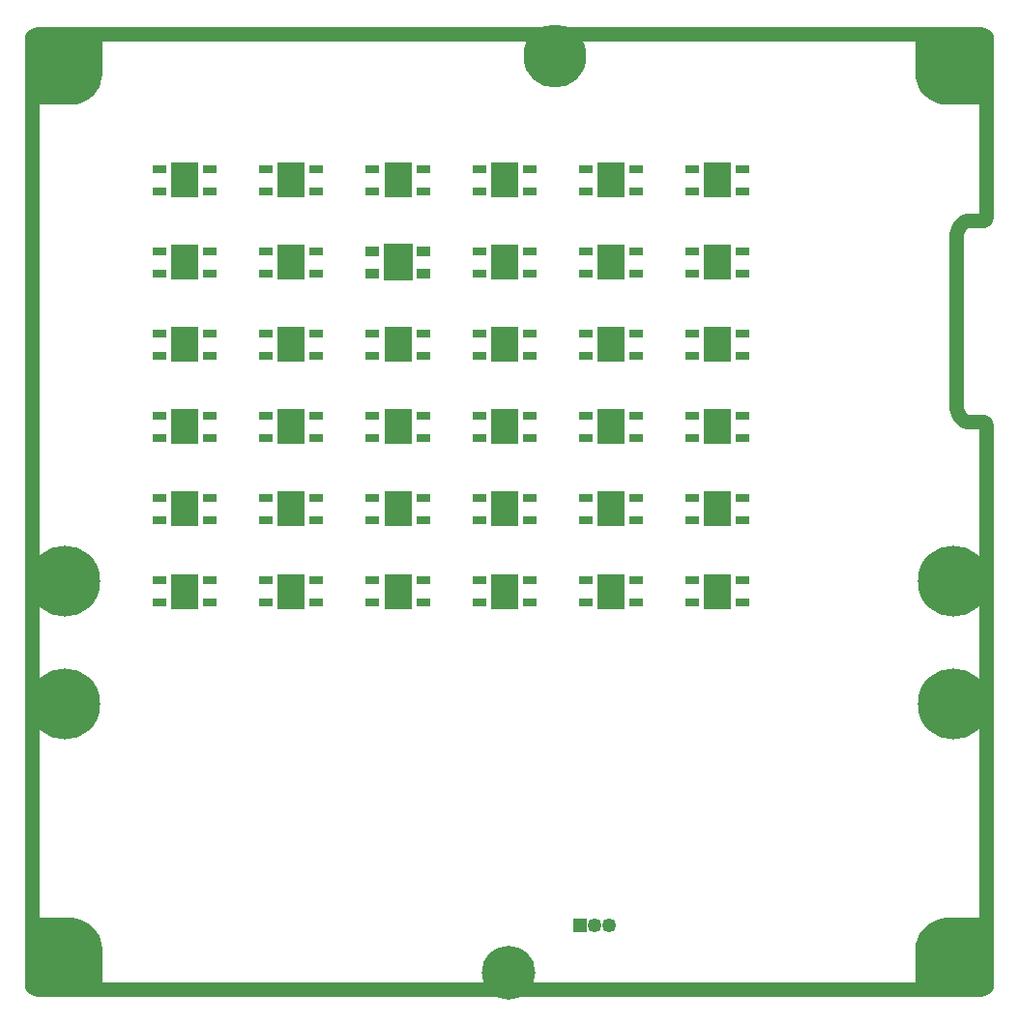
<source format=gbr>
G04*
G04 #@! TF.GenerationSoftware,Altium Limited,Altium Designer,24.1.2 (44)*
G04*
G04 Layer_Color=16711935*
%FSLAX44Y44*%
%MOMM*%
G71*
G04*
G04 #@! TF.SameCoordinates,B1001185-6E67-4BF1-ABA2-4279EC4F573C*
G04*
G04*
G04 #@! TF.FilePolarity,Negative*
G04*
G01*
G75*
%ADD40C,1.2700*%
%ADD58C,5.5032*%
%ADD59C,4.7032*%
%ADD60C,0.9032*%
%ADD61C,6.2032*%
%ADD62C,1.0032*%
%ADD63R,1.2532X1.2532*%
%ADD64C,1.2532*%
%ADD65C,0.6032*%
%ADD80R,1.1938X0.7620*%
%ADD81R,2.4892X3.0988*%
%ADD82R,1.2938X0.8620*%
%ADD83R,2.5892X3.1988*%
G36*
X40707Y69000D02*
X42562Y69000D01*
X46239Y68516D01*
X49821Y67556D01*
X53248Y66137D01*
X56460Y64282D01*
X59402Y62024D01*
X62024Y59402D01*
X64282Y56460D01*
X66137Y53248D01*
X67556Y49821D01*
X68516Y46239D01*
X69000Y42562D01*
X69000Y40707D01*
X69000D01*
X69000Y40707D01*
Y6474D01*
X6474D01*
Y69000D01*
X40707Y69000D01*
D02*
G37*
G36*
X69000Y809293D02*
X69000D01*
X69000Y807438D01*
X68516Y803761D01*
X67556Y800179D01*
X66137Y796752D01*
X64282Y793540D01*
X62024Y790598D01*
X59402Y787975D01*
X56460Y785718D01*
X53248Y783863D01*
X49821Y782444D01*
X46239Y781484D01*
X42562Y781000D01*
X40707Y781000D01*
X6474Y781000D01*
Y843526D01*
X69000D01*
Y809293D01*
D02*
G37*
G36*
X843526Y6474D02*
X781000D01*
Y40707D01*
X781000Y40707D01*
X781000Y40707D01*
X781000Y42562D01*
X781484Y46239D01*
X782444Y49821D01*
X783863Y53248D01*
X785718Y56460D01*
X787975Y59402D01*
X790598Y62024D01*
X793540Y64282D01*
X796752Y66137D01*
X800179Y67556D01*
X803761Y68516D01*
X807438Y69000D01*
X809293Y69000D01*
X843526Y69000D01*
Y6474D01*
D02*
G37*
G36*
X843526Y781000D02*
X809293D01*
Y781000D01*
X807438Y781000D01*
X803761Y781484D01*
X800179Y782444D01*
X796752Y783863D01*
X793540Y785718D01*
X790598Y787975D01*
X787975Y790598D01*
X785718Y793540D01*
X783863Y796752D01*
X782444Y800179D01*
X781484Y803761D01*
X781000Y807438D01*
X781000Y809293D01*
X781000Y843526D01*
X843526D01*
Y781000D01*
D02*
G37*
D40*
X6850Y12000D02*
X7540Y9425D01*
X9425Y7540D01*
X12000Y6850D01*
X843150Y838000D02*
X842460Y840575D01*
X840575Y842460D01*
X838000Y843150D01*
X12000Y843150D02*
X9425Y842460D01*
X7540Y840575D01*
X6850Y838000D01*
X840000Y679908D02*
X842227Y680830D01*
X843150Y683057D01*
X838000Y6850D02*
X840575Y7540D01*
X842460Y9425D01*
X843150Y12000D01*
X817010Y515497D02*
X817307Y512860D01*
X818184Y510356D01*
X819595Y508109D01*
X821472Y506232D01*
X823719Y504821D01*
X826223Y503944D01*
X828860Y503647D01*
X843150Y500497D02*
X842227Y502724D01*
X840000Y503647D01*
X828860Y679908D02*
X826223Y679610D01*
X823719Y678734D01*
X821472Y677322D01*
X819595Y675446D01*
X818184Y673199D01*
X817307Y670694D01*
X817010Y668057D01*
X828017Y843150D02*
X837941D01*
X818017D02*
X828017D01*
X808017D02*
X818017D01*
X798017D02*
X808017D01*
X788017D02*
X798017D01*
X778017D02*
X788017D01*
X768017D02*
X778017D01*
X758017D02*
X768017D01*
X748017D02*
X758017D01*
X738017D02*
X748017D01*
X728017D02*
X738017D01*
X718017D02*
X728017D01*
X708017D02*
X718017D01*
X698017D02*
X708017D01*
X688017D02*
X698017D01*
X678017D02*
X688017D01*
X668017D02*
X678017D01*
X658017D02*
X668017D01*
X648017D02*
X658017D01*
X638017D02*
X648017D01*
X628017D02*
X638017D01*
X618017D02*
X628017D01*
X608017D02*
X618017D01*
X598017D02*
X608017D01*
X588017D02*
X598017D01*
X578017D02*
X588017D01*
X568017D02*
X578017D01*
X558017D02*
X568017D01*
X548017D02*
X558017D01*
X538017D02*
X548017D01*
X528017D02*
X538017D01*
X518017D02*
X528017D01*
X508017D02*
X518017D01*
X498017D02*
X508017D01*
X428018D02*
X438018D01*
X488018D02*
X498017D01*
X418018D02*
X428018D01*
X456552D02*
X465300D01*
X474048D02*
X488018D01*
X408018D02*
X418018D01*
X448018D02*
X456552D01*
X465300D02*
X474048D01*
X398018D02*
X408018D01*
X438018D02*
X448018D01*
X388018D02*
X398018D01*
X378018D02*
X388018D01*
X368018D02*
X378018D01*
X358018D02*
X368018D01*
X348018D02*
X358018D01*
X338018D02*
X348018D01*
X328018D02*
X338018D01*
X318018D02*
X328018D01*
X308018D02*
X318018D01*
X298018D02*
X308018D01*
X288018D02*
X298018D01*
X278018D02*
X288018D01*
X268018D02*
X278018D01*
X258018D02*
X268018D01*
X248018D02*
X258018D01*
X238018D02*
X248018D01*
X228018D02*
X238018D01*
X218018D02*
X228018D01*
X208018D02*
X218018D01*
X198018D02*
X208018D01*
X188018D02*
X198018D01*
X178018D02*
X188018D01*
X168018D02*
X178018D01*
X158018D02*
X168018D01*
X148018D02*
X158018D01*
X138018D02*
X148018D01*
X128018D02*
X138018D01*
X118018D02*
X128018D01*
X108018D02*
X118018D01*
X98018D02*
X108018D01*
X88018D02*
X98018D01*
X78018D02*
X88018D01*
X68018D02*
X78018D01*
X58018D02*
X68018D01*
X48018D02*
X58018D01*
X38018D02*
X48018D01*
X28018D02*
X38018D01*
X6850Y822093D02*
Y837941D01*
Y812093D02*
Y822093D01*
Y802093D02*
Y812093D01*
Y792093D02*
Y802093D01*
X843150Y491390D02*
Y500497D01*
X6850Y782093D02*
Y792093D01*
X843150Y481390D02*
Y491390D01*
X6850Y772093D02*
Y782093D01*
X843150Y471390D02*
Y481390D01*
X6850Y762093D02*
Y772093D01*
X843150Y461390D02*
Y471390D01*
X6850Y752093D02*
Y762093D01*
X843150Y451390D02*
Y461390D01*
X6850Y742093D02*
Y752093D01*
X843150Y441390D02*
Y451390D01*
X6850Y732093D02*
Y742093D01*
X843150Y431390D02*
Y441390D01*
X814744Y6850D02*
X824744D01*
X838000D01*
X6850Y722093D02*
Y732093D01*
X843150Y421390D02*
Y431390D01*
X804744Y6850D02*
X814744D01*
X6850Y712093D02*
Y722093D01*
X843150Y411390D02*
Y421390D01*
X794744Y6850D02*
X804744D01*
X6850Y702093D02*
Y712093D01*
X843150Y401390D02*
Y411390D01*
X784744Y6850D02*
X794744D01*
X6850Y692093D02*
Y702093D01*
X843150Y391390D02*
Y401390D01*
X774744Y6850D02*
X784744D01*
X6850Y682093D02*
Y692093D01*
X843150Y381390D02*
Y391390D01*
X764744Y6850D02*
X774744D01*
X6850Y672093D02*
Y682093D01*
X843150Y371390D02*
Y381390D01*
X754744Y6850D02*
X764744D01*
X6850Y642093D02*
Y652093D01*
Y662093D02*
Y672093D01*
X843150Y361390D02*
Y371390D01*
X744744Y6850D02*
X754744D01*
X6850Y622094D02*
Y632094D01*
Y642093D01*
Y652093D02*
Y662093D01*
X843150Y351390D02*
Y361390D01*
X734744Y6850D02*
X744744D01*
X6850Y572094D02*
Y582094D01*
Y592094D02*
Y602094D01*
Y612094D02*
Y622094D01*
X843150Y341390D02*
Y351390D01*
X724744Y6850D02*
X734744D01*
X6850Y452094D02*
Y462094D01*
Y522094D02*
Y532094D01*
Y552094D02*
Y562094D01*
Y572094D01*
Y582094D02*
Y592094D01*
Y602094D02*
Y612094D01*
X843150Y331390D02*
Y341390D01*
X714744Y6850D02*
X724744D01*
X6850Y442094D02*
Y452094D01*
Y482094D02*
Y492094D01*
Y502094D01*
Y512094D02*
Y522094D01*
Y532094D02*
Y542094D01*
Y552094D01*
X843150Y321390D02*
Y331390D01*
X704744Y6850D02*
X714744D01*
X6850Y392094D02*
Y402094D01*
Y422094D02*
Y432094D01*
Y442094D01*
Y472094D02*
Y482094D01*
Y502094D02*
Y512094D01*
X843150Y311391D02*
Y321390D01*
X694744Y6850D02*
X704744D01*
X6850Y372094D02*
Y382094D01*
Y392094D01*
Y402094D02*
Y412094D01*
Y422094D01*
Y462094D02*
Y472094D01*
X843150Y301391D02*
Y311391D01*
X684744Y6850D02*
X694744D01*
X6850Y362094D02*
Y372094D01*
X843150Y261391D02*
Y271391D01*
Y291391D02*
Y301391D01*
X674744Y6850D02*
X684744D01*
X6850Y242094D02*
Y252094D01*
Y262094D01*
Y272094D01*
Y282094D01*
Y292094D01*
Y302094D01*
Y312094D02*
Y322094D01*
Y332094D01*
Y352094D02*
Y362094D01*
X843150Y221391D02*
Y231391D01*
Y241391D01*
Y251391D01*
Y261391D01*
Y281391D02*
Y291391D01*
X664744Y6850D02*
X674744D01*
X6850Y212094D02*
Y222094D01*
Y232094D02*
Y242094D01*
Y302094D02*
Y312094D01*
Y342094D02*
Y352094D01*
X843150Y201391D02*
Y211391D01*
Y221391D01*
Y271391D02*
Y281391D01*
X654744Y6850D02*
X664744D01*
X6850Y202094D02*
Y212094D01*
Y222094D02*
Y232094D01*
Y332094D02*
Y342094D01*
X843150Y191391D02*
Y201391D01*
X644744Y6850D02*
X654744D01*
X6850Y192094D02*
Y202094D01*
X843150Y181391D02*
Y191391D01*
X634744Y6850D02*
X644744D01*
X6850Y182094D02*
Y192094D01*
X843150Y171391D02*
Y181391D01*
X564744Y6850D02*
X574744D01*
X584744D01*
X624744D02*
X634744D01*
X6850Y172094D02*
Y182094D01*
X843150Y161391D02*
Y171391D01*
X534744Y6850D02*
X544744D01*
X554744D01*
X564744D01*
X584744D02*
X594744D01*
X604744D02*
X614744D01*
X624744D01*
X6850Y162094D02*
Y172094D01*
X843150Y151391D02*
Y161391D01*
X474744Y6850D02*
X484744D01*
X514744D02*
X524744D01*
X534744D01*
X594744D02*
X604744D01*
X6850Y152094D02*
Y162094D01*
X843150Y141391D02*
Y151391D01*
X334745Y6850D02*
X344745D01*
X464744D02*
X474744D01*
X494744D02*
X504744D01*
X514744D01*
X6850Y142094D02*
Y152094D01*
X843150Y826646D02*
Y838000D01*
X843150Y131391D02*
Y141391D01*
X324745Y6850D02*
X334745D01*
X425000D02*
X444744D01*
X454744D02*
X464744D01*
X484744D02*
X494744D01*
X6850Y132094D02*
Y142094D01*
X843150Y816646D02*
Y826646D01*
X843150Y121391D02*
Y131391D01*
X304745Y6850D02*
X314745D01*
X324745D01*
X404745D02*
X425000D01*
X444744D02*
X454744D01*
X6850Y122094D02*
Y132094D01*
X843150Y806646D02*
Y816646D01*
X843150Y111391D02*
Y121391D01*
X294745Y6850D02*
X304745D01*
X384745D02*
X394745D01*
X404745D01*
X6850Y112094D02*
Y122094D01*
X843150Y796646D02*
Y806646D01*
X843150Y101391D02*
Y111391D01*
X284745Y6850D02*
X294745D01*
X374745D02*
X384745D01*
X6850Y102094D02*
Y112094D01*
X843150Y786646D02*
Y796646D01*
X843150Y91391D02*
Y101391D01*
X94745Y6850D02*
X104745D01*
X224745D02*
X234745D01*
X274745D02*
X284745D01*
X364745D02*
X374745D01*
X6850Y92094D02*
Y102094D01*
X843150Y776646D02*
Y786646D01*
X843150Y81391D02*
Y91391D01*
X84745Y6850D02*
X94745D01*
X214745D02*
X224745D01*
X244745D02*
X254745D01*
X264745D02*
X274745D01*
X344745D02*
X354745D01*
X364745D01*
X6850Y82095D02*
Y92094D01*
X843150Y766646D02*
Y776646D01*
X843150Y71391D02*
Y81391D01*
X74745Y6850D02*
X84745D01*
X184745D02*
X194745D01*
X204745D02*
X214745D01*
X234745D02*
X244745D01*
X254745D02*
X264745D01*
X6850Y72095D02*
Y82095D01*
X843150Y756646D02*
Y766646D01*
X843150Y61391D02*
Y71391D01*
X817010Y653163D02*
Y668057D01*
X64745Y6850D02*
X74745D01*
X154745D02*
X164745D01*
X174745D02*
X184745D01*
X194745D02*
X204745D01*
X6850Y62095D02*
Y72095D01*
X843150Y746646D02*
Y756646D01*
X843150Y51391D02*
Y61391D01*
X817010Y633163D02*
Y643163D01*
Y653163D01*
X54745Y6850D02*
X64745D01*
X144745D02*
X154745D01*
X164745D02*
X174745D01*
X6850Y52095D02*
Y62095D01*
X843150Y736646D02*
Y746646D01*
X843150Y41391D02*
Y51391D01*
X817010Y593163D02*
Y603163D01*
Y623163D02*
Y633163D01*
X44745Y6850D02*
X54745D01*
X104745D02*
X114745D01*
X124745D02*
X134745D01*
X144745D01*
X6850Y42095D02*
Y52095D01*
X843150Y716646D02*
Y726646D01*
Y736646D01*
X843150Y31391D02*
Y41391D01*
X817010Y533163D02*
Y543163D01*
Y553163D01*
Y583163D02*
Y593163D01*
Y603163D02*
Y613163D01*
Y623163D01*
X34745Y6850D02*
X44745D01*
X114745D02*
X124745D01*
X6850Y32095D02*
Y42095D01*
X843150Y696646D02*
Y706646D01*
Y716646D01*
X843150Y21391D02*
Y31391D01*
X817010Y523163D02*
Y533163D01*
Y553163D02*
Y563163D01*
Y573163D01*
Y583163D01*
X24745Y6850D02*
X34745D01*
X6850Y22095D02*
Y32095D01*
X828860Y679908D02*
X840000D01*
X12000Y843150D02*
X28018D01*
X828860Y503647D02*
X840000D01*
X12059Y6850D02*
X24745D01*
X817010Y515497D02*
Y523163D01*
X843150Y683099D02*
Y696646D01*
X843150Y12042D02*
Y21391D01*
X6850Y12000D02*
Y22095D01*
D58*
X465300Y824000D02*
D03*
D59*
X425000Y21000D02*
D03*
D60*
X486420Y815252D02*
D03*
X456552Y802880D02*
D03*
X444180Y832748D02*
D03*
X474048Y845120D02*
D03*
X486420Y832748D02*
D03*
X474048Y802880D02*
D03*
X444180Y815252D02*
D03*
X456552Y845120D02*
D03*
D61*
X36000Y814000D02*
D03*
Y256000D02*
D03*
Y364000D02*
D03*
X814477Y256000D02*
D03*
X814000Y364000D02*
D03*
Y36000D02*
D03*
Y814000D02*
D03*
X36000Y36000D02*
D03*
D62*
X27252Y835120D02*
D03*
X14880Y805252D02*
D03*
X44748Y792880D02*
D03*
X57120Y822748D02*
D03*
X44748Y835120D02*
D03*
X14880Y822748D02*
D03*
X27252Y792880D02*
D03*
X57120Y805252D02*
D03*
X27252Y277120D02*
D03*
X14880Y247252D02*
D03*
X44748Y234880D02*
D03*
X57120Y264748D02*
D03*
X44748Y277120D02*
D03*
X14880Y264748D02*
D03*
X27252Y234880D02*
D03*
X57120Y247252D02*
D03*
X27252Y385120D02*
D03*
X14880Y355252D02*
D03*
X44748Y342880D02*
D03*
X57120Y372748D02*
D03*
X44748Y385120D02*
D03*
X14880Y372748D02*
D03*
X27252Y342880D02*
D03*
X57120Y355252D02*
D03*
X805729Y277120D02*
D03*
X793357Y247252D02*
D03*
X823225Y234880D02*
D03*
X835597Y264748D02*
D03*
X823225Y277120D02*
D03*
X793357Y264748D02*
D03*
X805729Y234880D02*
D03*
X835597Y247252D02*
D03*
X805252Y385120D02*
D03*
X792880Y355252D02*
D03*
X822748Y342880D02*
D03*
X835120Y372748D02*
D03*
X822748Y385120D02*
D03*
X792880Y372748D02*
D03*
X805252Y342880D02*
D03*
X835120Y355252D02*
D03*
X805252Y57120D02*
D03*
X792880Y27252D02*
D03*
X822748Y14880D02*
D03*
X835120Y44748D02*
D03*
X822748Y57120D02*
D03*
X792880Y44748D02*
D03*
X805252Y14880D02*
D03*
X835120Y27252D02*
D03*
X805252Y835120D02*
D03*
X792880Y805252D02*
D03*
X822748Y792880D02*
D03*
X835120Y822748D02*
D03*
X822748Y835120D02*
D03*
X792880Y822748D02*
D03*
X805252Y792880D02*
D03*
X835120Y805252D02*
D03*
X27252Y57120D02*
D03*
X14880Y27252D02*
D03*
X44748Y14880D02*
D03*
X57120Y44748D02*
D03*
X44748Y57120D02*
D03*
X14880Y44748D02*
D03*
X27252Y14880D02*
D03*
X57120Y27252D02*
D03*
D63*
X487680Y62820D02*
D03*
D64*
X500380D02*
D03*
X513080D02*
D03*
D65*
X328018Y843526D02*
D03*
X338018D02*
D03*
X348018D02*
D03*
X358018D02*
D03*
X368018D02*
D03*
X378018D02*
D03*
X388018D02*
D03*
X398018D02*
D03*
X408018D02*
D03*
X418018D02*
D03*
X428018D02*
D03*
X438018D02*
D03*
X488018D02*
D03*
X498017D02*
D03*
X508017D02*
D03*
X518017D02*
D03*
X528017D02*
D03*
X538017D02*
D03*
X548017D02*
D03*
X558017D02*
D03*
X568017D02*
D03*
X578017D02*
D03*
X588017D02*
D03*
X598017D02*
D03*
X608017D02*
D03*
X618017D02*
D03*
X628017D02*
D03*
X638017D02*
D03*
X648017D02*
D03*
X658017D02*
D03*
X668017D02*
D03*
X678017D02*
D03*
X688017D02*
D03*
X698017D02*
D03*
X708017D02*
D03*
X718017D02*
D03*
X728017D02*
D03*
X738017D02*
D03*
X748017D02*
D03*
X758017D02*
D03*
X768017D02*
D03*
X778017D02*
D03*
X788017D02*
D03*
X798017D02*
D03*
X808017D02*
D03*
X818017D02*
D03*
X828017D02*
D03*
X838017Y843529D02*
D03*
X6474Y522094D02*
D03*
Y532094D02*
D03*
Y542094D02*
D03*
Y552094D02*
D03*
Y562094D02*
D03*
Y572094D02*
D03*
Y582094D02*
D03*
Y592094D02*
D03*
Y602094D02*
D03*
Y612094D02*
D03*
Y622094D02*
D03*
Y632094D02*
D03*
Y642093D02*
D03*
Y652093D02*
D03*
Y662093D02*
D03*
Y672093D02*
D03*
Y682093D02*
D03*
Y692093D02*
D03*
Y702093D02*
D03*
Y712093D02*
D03*
Y722093D02*
D03*
Y732093D02*
D03*
Y742093D02*
D03*
Y752093D02*
D03*
Y762093D02*
D03*
Y772093D02*
D03*
Y782093D02*
D03*
Y792093D02*
D03*
Y802093D02*
D03*
Y812093D02*
D03*
Y822093D02*
D03*
Y832093D02*
D03*
X8143Y841953D02*
D03*
X18018Y843526D02*
D03*
X28018D02*
D03*
X38018D02*
D03*
X48018D02*
D03*
X58018D02*
D03*
X68018D02*
D03*
X78018D02*
D03*
X88018D02*
D03*
X98018D02*
D03*
X108018D02*
D03*
X118018D02*
D03*
X128018D02*
D03*
X138018D02*
D03*
X148018D02*
D03*
X158018D02*
D03*
X168018D02*
D03*
X178018D02*
D03*
X188018D02*
D03*
X198018D02*
D03*
X208018D02*
D03*
X218018D02*
D03*
X228018D02*
D03*
X238018D02*
D03*
X248018D02*
D03*
X258018D02*
D03*
X268018D02*
D03*
X278018D02*
D03*
X288018D02*
D03*
X298018D02*
D03*
X308018D02*
D03*
X318018D02*
D03*
X134745Y6474D02*
D03*
X124745D02*
D03*
X114745D02*
D03*
X104745D02*
D03*
X94745D02*
D03*
X84745D02*
D03*
X74745D02*
D03*
X64745D02*
D03*
X54745D02*
D03*
X44745D02*
D03*
X34745D02*
D03*
X24745D02*
D03*
X14745D02*
D03*
X6474Y12095D02*
D03*
Y22095D02*
D03*
Y32095D02*
D03*
Y42095D02*
D03*
Y52095D02*
D03*
Y62095D02*
D03*
Y72095D02*
D03*
Y82095D02*
D03*
Y92094D02*
D03*
Y102094D02*
D03*
Y112094D02*
D03*
Y122094D02*
D03*
Y132094D02*
D03*
Y142094D02*
D03*
Y152094D02*
D03*
Y162094D02*
D03*
Y172094D02*
D03*
Y182094D02*
D03*
Y192094D02*
D03*
Y202094D02*
D03*
Y212094D02*
D03*
Y222094D02*
D03*
Y232094D02*
D03*
Y242094D02*
D03*
Y252094D02*
D03*
Y262094D02*
D03*
Y272094D02*
D03*
Y282094D02*
D03*
Y292094D02*
D03*
Y302094D02*
D03*
Y312094D02*
D03*
Y322094D02*
D03*
Y332094D02*
D03*
Y342094D02*
D03*
Y352094D02*
D03*
Y362094D02*
D03*
Y372094D02*
D03*
Y382094D02*
D03*
Y392094D02*
D03*
Y402094D02*
D03*
Y412094D02*
D03*
Y422094D02*
D03*
Y432094D02*
D03*
Y442094D02*
D03*
Y452094D02*
D03*
Y462094D02*
D03*
Y472094D02*
D03*
Y482094D02*
D03*
Y492094D02*
D03*
Y502094D02*
D03*
Y512094D02*
D03*
X774744Y6474D02*
D03*
X764744D02*
D03*
X754744D02*
D03*
X744744D02*
D03*
X734744D02*
D03*
X724744D02*
D03*
X714744D02*
D03*
X704744D02*
D03*
X694744D02*
D03*
X684744D02*
D03*
X674744D02*
D03*
X664744D02*
D03*
X654744D02*
D03*
X644744D02*
D03*
X634744D02*
D03*
X624744D02*
D03*
X614744D02*
D03*
X604744D02*
D03*
X594744D02*
D03*
X584744D02*
D03*
X574744D02*
D03*
X564744D02*
D03*
X554744D02*
D03*
X544744D02*
D03*
X534744D02*
D03*
X524744D02*
D03*
X514744D02*
D03*
X504744D02*
D03*
X494744D02*
D03*
X484744D02*
D03*
X474744D02*
D03*
X464744D02*
D03*
X454744D02*
D03*
X444744D02*
D03*
X404745D02*
D03*
X394745D02*
D03*
X384745D02*
D03*
X374745D02*
D03*
X364745D02*
D03*
X354745D02*
D03*
X344745D02*
D03*
X334745D02*
D03*
X324745D02*
D03*
X314745D02*
D03*
X304745D02*
D03*
X294745D02*
D03*
X284745D02*
D03*
X274745D02*
D03*
X264745D02*
D03*
X254745D02*
D03*
X244745D02*
D03*
X234745D02*
D03*
X224745D02*
D03*
X214745D02*
D03*
X204745D02*
D03*
X194745D02*
D03*
X184745D02*
D03*
X174745D02*
D03*
X164745D02*
D03*
X154745D02*
D03*
X144745D02*
D03*
X817386Y583163D02*
D03*
Y573163D02*
D03*
Y563163D02*
D03*
Y553163D02*
D03*
Y543163D02*
D03*
Y533163D02*
D03*
Y523163D02*
D03*
X817680Y513168D02*
D03*
X823805Y505263D02*
D03*
X833728Y504023D02*
D03*
X843375Y501389D02*
D03*
X843526Y491390D02*
D03*
Y481390D02*
D03*
Y471390D02*
D03*
Y461390D02*
D03*
Y451390D02*
D03*
Y441390D02*
D03*
Y431390D02*
D03*
Y421390D02*
D03*
Y411390D02*
D03*
Y401390D02*
D03*
Y391390D02*
D03*
Y381390D02*
D03*
Y371390D02*
D03*
Y361390D02*
D03*
Y351390D02*
D03*
Y341390D02*
D03*
Y331390D02*
D03*
Y321390D02*
D03*
Y311391D02*
D03*
Y301391D02*
D03*
Y291391D02*
D03*
Y281391D02*
D03*
Y271391D02*
D03*
Y241391D02*
D03*
Y231391D02*
D03*
Y221391D02*
D03*
Y211391D02*
D03*
Y201391D02*
D03*
Y191391D02*
D03*
Y181391D02*
D03*
Y171391D02*
D03*
Y161391D02*
D03*
Y151391D02*
D03*
Y141391D02*
D03*
Y131391D02*
D03*
Y121391D02*
D03*
Y111391D02*
D03*
Y101391D02*
D03*
Y91391D02*
D03*
Y81391D02*
D03*
Y71391D02*
D03*
Y61391D02*
D03*
Y51391D02*
D03*
Y41391D02*
D03*
Y31391D02*
D03*
Y21391D02*
D03*
X843451Y11391D02*
D03*
X834744Y6474D02*
D03*
X824744D02*
D03*
X814744D02*
D03*
X804744D02*
D03*
X794744D02*
D03*
X784744D02*
D03*
X843526Y261391D02*
D03*
Y251391D02*
D03*
X843526Y836646D02*
D03*
Y826646D02*
D03*
Y816646D02*
D03*
Y806646D02*
D03*
Y796646D02*
D03*
Y786646D02*
D03*
Y776646D02*
D03*
Y766646D02*
D03*
Y756646D02*
D03*
Y746646D02*
D03*
Y736646D02*
D03*
Y726646D02*
D03*
Y716646D02*
D03*
Y706646D02*
D03*
Y696646D02*
D03*
Y686646D02*
D03*
X836499Y679532D02*
D03*
X826504Y679234D02*
D03*
X818616Y673087D02*
D03*
X817386Y663163D02*
D03*
Y653163D02*
D03*
Y643163D02*
D03*
Y633163D02*
D03*
Y623163D02*
D03*
Y613163D02*
D03*
Y603163D02*
D03*
Y593163D02*
D03*
D80*
X163098Y705000D02*
D03*
X118902Y725000D02*
D03*
Y705000D02*
D03*
X163098Y725000D02*
D03*
Y653000D02*
D03*
X118902Y633000D02*
D03*
Y653000D02*
D03*
X163098Y633000D02*
D03*
X256438Y653000D02*
D03*
X212242Y633000D02*
D03*
Y653000D02*
D03*
X256438Y633000D02*
D03*
Y725000D02*
D03*
X212242Y705000D02*
D03*
Y725000D02*
D03*
X256438Y705000D02*
D03*
X349778D02*
D03*
X305582Y725000D02*
D03*
Y705000D02*
D03*
X349778Y725000D02*
D03*
X536458Y653000D02*
D03*
X492262Y633000D02*
D03*
Y653000D02*
D03*
X536458Y633000D02*
D03*
X443118D02*
D03*
X398922Y653000D02*
D03*
Y633000D02*
D03*
X443118Y653000D02*
D03*
Y725000D02*
D03*
X398922Y705000D02*
D03*
Y725000D02*
D03*
X443118Y705000D02*
D03*
X536458D02*
D03*
X492262Y725000D02*
D03*
Y705000D02*
D03*
X536458Y725000D02*
D03*
X629798Y705000D02*
D03*
X585602Y725000D02*
D03*
Y705000D02*
D03*
X629798Y725000D02*
D03*
Y653000D02*
D03*
X585602Y633000D02*
D03*
Y653000D02*
D03*
X629798Y633000D02*
D03*
Y581000D02*
D03*
X585602Y561000D02*
D03*
Y581000D02*
D03*
X629798Y561000D02*
D03*
X536458D02*
D03*
X492262Y581000D02*
D03*
Y561000D02*
D03*
X536458Y581000D02*
D03*
X443118D02*
D03*
X398922Y561000D02*
D03*
Y581000D02*
D03*
X443118Y561000D02*
D03*
X349778Y581000D02*
D03*
X305582Y561000D02*
D03*
Y581000D02*
D03*
X349778Y561000D02*
D03*
X256438Y581000D02*
D03*
X212242Y561000D02*
D03*
Y581000D02*
D03*
X256438Y561000D02*
D03*
X163098D02*
D03*
X118902Y581000D02*
D03*
Y561000D02*
D03*
X163098Y581000D02*
D03*
Y345000D02*
D03*
X118902Y365000D02*
D03*
Y345000D02*
D03*
X163098Y365000D02*
D03*
Y509000D02*
D03*
X118902Y489000D02*
D03*
Y509000D02*
D03*
X163098Y489000D02*
D03*
X256438Y509000D02*
D03*
X212242Y489000D02*
D03*
Y509000D02*
D03*
X256438Y489000D02*
D03*
X349778Y509000D02*
D03*
X305582Y489000D02*
D03*
Y509000D02*
D03*
X349778Y489000D02*
D03*
X256438Y365000D02*
D03*
X212242Y345000D02*
D03*
Y365000D02*
D03*
X256438Y345000D02*
D03*
X349778D02*
D03*
X305582Y365000D02*
D03*
Y345000D02*
D03*
X349778Y365000D02*
D03*
X443118Y345000D02*
D03*
X398922Y365000D02*
D03*
Y345000D02*
D03*
X443118Y365000D02*
D03*
X536458Y345000D02*
D03*
X492262Y365000D02*
D03*
Y345000D02*
D03*
X536458Y365000D02*
D03*
X629798D02*
D03*
X585602Y345000D02*
D03*
Y365000D02*
D03*
X629798Y345000D02*
D03*
X443118Y509000D02*
D03*
X398922Y489000D02*
D03*
Y509000D02*
D03*
X443118Y489000D02*
D03*
X536458Y509000D02*
D03*
X492262Y489000D02*
D03*
Y509000D02*
D03*
X536458Y489000D02*
D03*
X629798D02*
D03*
X585602Y509000D02*
D03*
Y489000D02*
D03*
X629798Y509000D02*
D03*
X163098Y437000D02*
D03*
X118902Y417000D02*
D03*
Y437000D02*
D03*
X163098Y417000D02*
D03*
X443118Y437000D02*
D03*
X398922Y417000D02*
D03*
Y437000D02*
D03*
X443118Y417000D02*
D03*
X536458Y437000D02*
D03*
X492262Y417000D02*
D03*
Y437000D02*
D03*
X536458Y417000D02*
D03*
X256438Y437000D02*
D03*
X212242Y417000D02*
D03*
Y437000D02*
D03*
X256438Y417000D02*
D03*
X349778Y437000D02*
D03*
X305582Y417000D02*
D03*
Y437000D02*
D03*
X349778Y417000D02*
D03*
X629798Y437000D02*
D03*
X585602Y417000D02*
D03*
Y437000D02*
D03*
X629798Y417000D02*
D03*
D81*
X141000Y715000D02*
D03*
Y643000D02*
D03*
X234340D02*
D03*
Y715000D02*
D03*
X327680D02*
D03*
X514360Y643000D02*
D03*
X421020D02*
D03*
Y715000D02*
D03*
X514360D02*
D03*
X607700D02*
D03*
Y643000D02*
D03*
Y571000D02*
D03*
X514360D02*
D03*
X421020D02*
D03*
X327680D02*
D03*
X234340D02*
D03*
X141000D02*
D03*
Y355000D02*
D03*
Y499000D02*
D03*
X234340D02*
D03*
X327680D02*
D03*
X234340Y355000D02*
D03*
X327680D02*
D03*
X421020D02*
D03*
X514360D02*
D03*
X607700D02*
D03*
X421020Y499000D02*
D03*
X514360D02*
D03*
X607700D02*
D03*
X141000Y427000D02*
D03*
X421020D02*
D03*
X514360D02*
D03*
X234340D02*
D03*
X327680D02*
D03*
X607700D02*
D03*
D82*
X349778Y653000D02*
D03*
X305582Y633000D02*
D03*
Y653000D02*
D03*
X349778Y633000D02*
D03*
D83*
X327680Y643000D02*
D03*
M02*

</source>
